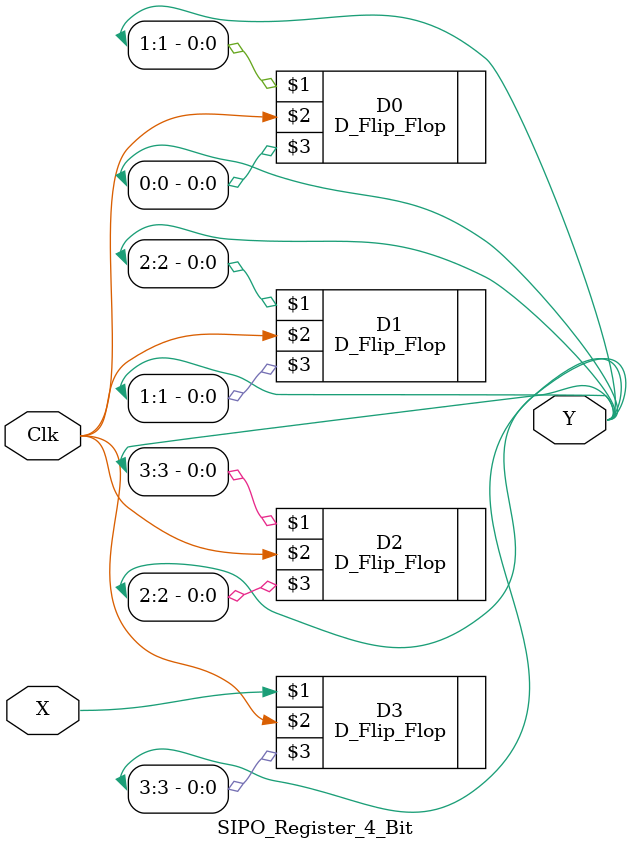
<source format=v>
module SIPO_Register_4_Bit(
    input X,
    input Clk,
    output [3:0] Y
    );
    
D_Flip_Flop D3 (X, Clk, Y[3]);    
D_Flip_Flop D2 (Y[3], Clk, Y[2]);
D_Flip_Flop D1 (Y[2], Clk, Y[1]);
D_Flip_Flop D0 (Y[1], Clk, Y[0]);

endmodule

</source>
